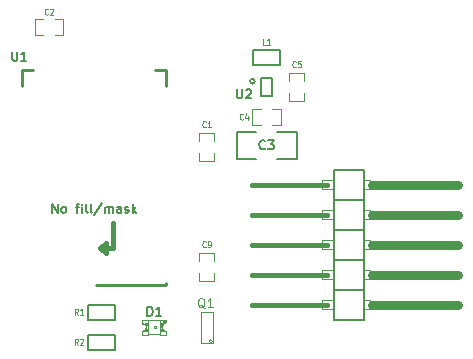
<source format=gto>
G04 (created by PCBNEW (2013-07-07 BZR 4022)-stable) date 6/10/2015 11:43:32 PM*
%MOIN*%
G04 Gerber Fmt 3.4, Leading zero omitted, Abs format*
%FSLAX34Y34*%
G01*
G70*
G90*
G04 APERTURE LIST*
%ADD10C,0.00590551*%
%ADD11C,0.0031*%
%ADD12C,0.0047*%
%ADD13C,0.005*%
%ADD14C,0.0026*%
%ADD15C,0.006*%
%ADD16C,0.03*%
%ADD17C,0.016*%
%ADD18C,0.004*%
%ADD19C,0.002*%
%ADD20C,0.015*%
%ADD21C,0.01*%
%ADD22C,0.0045*%
G04 APERTURE END LIST*
G54D10*
G54D11*
X59450Y-39963D02*
G75*
G03X59450Y-39963I-62J0D01*
G74*
G01*
X59050Y-39000D02*
X59450Y-39000D01*
X59050Y-40025D02*
X59450Y-40025D01*
X59450Y-39000D02*
X59450Y-40025D01*
X59050Y-40025D02*
X59050Y-39000D01*
G54D10*
X60856Y-31303D02*
G75*
G03X60856Y-31303I-78J0D01*
G74*
G01*
X61053Y-31795D02*
X61446Y-31795D01*
X61446Y-31795D02*
X61446Y-31204D01*
X61446Y-31204D02*
X61053Y-31204D01*
X61053Y-31204D02*
X61053Y-31795D01*
G54D12*
X59506Y-33303D02*
X59506Y-33028D01*
X59506Y-33697D02*
X59506Y-33972D01*
X58994Y-33303D02*
X58994Y-33028D01*
X58994Y-33972D02*
X58994Y-33697D01*
X59000Y-33028D02*
X59500Y-33028D01*
X59500Y-33972D02*
X59000Y-33972D01*
X53803Y-29244D02*
X53528Y-29244D01*
X54197Y-29244D02*
X54472Y-29244D01*
X53803Y-29756D02*
X53528Y-29756D01*
X54472Y-29756D02*
X54197Y-29756D01*
X53528Y-29750D02*
X53528Y-29250D01*
X54472Y-29250D02*
X54472Y-29750D01*
X58994Y-37697D02*
X58994Y-37972D01*
X58994Y-37303D02*
X58994Y-37028D01*
X59506Y-37697D02*
X59506Y-37972D01*
X59506Y-37028D02*
X59506Y-37303D01*
X59500Y-37972D02*
X59000Y-37972D01*
X59000Y-37028D02*
X59500Y-37028D01*
X61994Y-31697D02*
X61994Y-31972D01*
X61994Y-31303D02*
X61994Y-31028D01*
X62506Y-31697D02*
X62506Y-31972D01*
X62506Y-31028D02*
X62506Y-31303D01*
X62500Y-31972D02*
X62000Y-31972D01*
X62000Y-31028D02*
X62500Y-31028D01*
X61447Y-32756D02*
X61722Y-32756D01*
X61053Y-32756D02*
X60778Y-32756D01*
X61447Y-32244D02*
X61722Y-32244D01*
X60778Y-32244D02*
X61053Y-32244D01*
X61722Y-32250D02*
X61722Y-32750D01*
X60778Y-32750D02*
X60778Y-32250D01*
G54D13*
X61700Y-30750D02*
X60800Y-30750D01*
X60800Y-30750D02*
X60800Y-30250D01*
X60800Y-30250D02*
X61700Y-30250D01*
X61700Y-30250D02*
X61700Y-30750D01*
G54D14*
X64500Y-34600D02*
X64500Y-34900D01*
X64500Y-34900D02*
X64700Y-34900D01*
X64700Y-34600D02*
X64700Y-34900D01*
X64500Y-34600D02*
X64700Y-34600D01*
X63100Y-34600D02*
X63100Y-34900D01*
X63100Y-34900D02*
X63500Y-34900D01*
X63500Y-34600D02*
X63500Y-34900D01*
X63100Y-34600D02*
X63500Y-34600D01*
X64500Y-35600D02*
X64500Y-35900D01*
X64500Y-35900D02*
X64700Y-35900D01*
X64700Y-35600D02*
X64700Y-35900D01*
X64500Y-35600D02*
X64700Y-35600D01*
X63100Y-35600D02*
X63100Y-35900D01*
X63100Y-35900D02*
X63500Y-35900D01*
X63500Y-35600D02*
X63500Y-35900D01*
X63100Y-35600D02*
X63500Y-35600D01*
X64500Y-36600D02*
X64500Y-36900D01*
X64500Y-36900D02*
X64700Y-36900D01*
X64700Y-36600D02*
X64700Y-36900D01*
X64500Y-36600D02*
X64700Y-36600D01*
X63100Y-36600D02*
X63100Y-36900D01*
X63100Y-36900D02*
X63500Y-36900D01*
X63500Y-36600D02*
X63500Y-36900D01*
X63100Y-36600D02*
X63500Y-36600D01*
X64500Y-37600D02*
X64500Y-37900D01*
X64500Y-37900D02*
X64700Y-37900D01*
X64700Y-37600D02*
X64700Y-37900D01*
X64500Y-37600D02*
X64700Y-37600D01*
X63100Y-37600D02*
X63100Y-37900D01*
X63100Y-37900D02*
X63500Y-37900D01*
X63500Y-37600D02*
X63500Y-37900D01*
X63100Y-37600D02*
X63500Y-37600D01*
X63100Y-38600D02*
X63100Y-38900D01*
X63100Y-38900D02*
X63500Y-38900D01*
X63500Y-38600D02*
X63500Y-38900D01*
X63100Y-38600D02*
X63500Y-38600D01*
X64500Y-38600D02*
X64500Y-38900D01*
X64500Y-38900D02*
X64700Y-38900D01*
X64700Y-38600D02*
X64700Y-38900D01*
X64500Y-38600D02*
X64700Y-38600D01*
G54D15*
X63500Y-34250D02*
X63500Y-35250D01*
X63500Y-35250D02*
X64500Y-35250D01*
X64500Y-35250D02*
X64500Y-34250D01*
X64500Y-34250D02*
X63500Y-34250D01*
G54D16*
X67625Y-34750D02*
X64750Y-34750D01*
G54D17*
X63250Y-34750D02*
X60750Y-34750D01*
G54D16*
X67625Y-35750D02*
X64750Y-35750D01*
G54D15*
X64500Y-36250D02*
X64500Y-35250D01*
X63500Y-36250D02*
X64500Y-36250D01*
X63500Y-35250D02*
X63500Y-36250D01*
G54D17*
X63250Y-35750D02*
X60750Y-35750D01*
G54D16*
X67625Y-36750D02*
X64750Y-36750D01*
G54D15*
X64500Y-37250D02*
X64500Y-36250D01*
X63500Y-37250D02*
X64500Y-37250D01*
X63500Y-36250D02*
X63500Y-37250D01*
G54D17*
X63250Y-36750D02*
X60750Y-36750D01*
G54D16*
X67625Y-37750D02*
X64750Y-37750D01*
G54D15*
X64500Y-38250D02*
X64500Y-37250D01*
X63500Y-38250D02*
X64500Y-38250D01*
X63500Y-37250D02*
X63500Y-38250D01*
G54D17*
X63250Y-37750D02*
X60750Y-37750D01*
X63250Y-38750D02*
X60750Y-38750D01*
G54D15*
X63500Y-38250D02*
X63500Y-39250D01*
X63500Y-39250D02*
X64500Y-39250D01*
X64500Y-39250D02*
X64500Y-38250D01*
G54D16*
X67625Y-38750D02*
X64750Y-38750D01*
G54D14*
X57696Y-39618D02*
X57696Y-39746D01*
X57696Y-39746D02*
X57893Y-39746D01*
X57893Y-39618D02*
X57893Y-39746D01*
X57696Y-39618D02*
X57893Y-39618D01*
X57696Y-39373D02*
X57696Y-39432D01*
X57696Y-39432D02*
X57795Y-39432D01*
X57795Y-39373D02*
X57795Y-39432D01*
X57696Y-39373D02*
X57795Y-39373D01*
X57696Y-39568D02*
X57696Y-39627D01*
X57696Y-39627D02*
X57795Y-39627D01*
X57795Y-39568D02*
X57795Y-39627D01*
X57696Y-39568D02*
X57795Y-39568D01*
X57696Y-39422D02*
X57696Y-39578D01*
X57696Y-39578D02*
X57765Y-39578D01*
X57765Y-39422D02*
X57765Y-39578D01*
X57696Y-39422D02*
X57765Y-39422D01*
X57107Y-39618D02*
X57107Y-39746D01*
X57107Y-39746D02*
X57304Y-39746D01*
X57304Y-39618D02*
X57304Y-39746D01*
X57107Y-39618D02*
X57304Y-39618D01*
X57107Y-39254D02*
X57107Y-39382D01*
X57107Y-39382D02*
X57304Y-39382D01*
X57304Y-39254D02*
X57304Y-39382D01*
X57107Y-39254D02*
X57304Y-39254D01*
X57205Y-39568D02*
X57205Y-39627D01*
X57205Y-39627D02*
X57304Y-39627D01*
X57304Y-39568D02*
X57304Y-39627D01*
X57205Y-39568D02*
X57304Y-39568D01*
X57205Y-39373D02*
X57205Y-39432D01*
X57205Y-39432D02*
X57304Y-39432D01*
X57304Y-39373D02*
X57304Y-39432D01*
X57205Y-39373D02*
X57304Y-39373D01*
X57235Y-39422D02*
X57235Y-39578D01*
X57235Y-39578D02*
X57304Y-39578D01*
X57304Y-39422D02*
X57304Y-39578D01*
X57235Y-39422D02*
X57304Y-39422D01*
X57500Y-39461D02*
X57500Y-39539D01*
X57500Y-39539D02*
X57578Y-39539D01*
X57578Y-39461D02*
X57578Y-39539D01*
X57500Y-39461D02*
X57578Y-39461D01*
X57696Y-39264D02*
X57696Y-39382D01*
X57696Y-39382D02*
X57814Y-39382D01*
X57814Y-39264D02*
X57814Y-39382D01*
X57696Y-39264D02*
X57814Y-39264D01*
X57864Y-39254D02*
X57864Y-39343D01*
X57864Y-39343D02*
X57893Y-39343D01*
X57893Y-39254D02*
X57893Y-39343D01*
X57864Y-39254D02*
X57893Y-39254D01*
G54D18*
X57706Y-39726D02*
X57294Y-39726D01*
X57304Y-39274D02*
X57864Y-39274D01*
G54D19*
X57862Y-39323D02*
G75*
G03X57862Y-39323I-28J0D01*
G74*
G01*
G54D18*
X57893Y-39363D02*
G75*
G03X57893Y-39637I0J-137D01*
G74*
G01*
X57107Y-39637D02*
G75*
G03X57107Y-39363I0J137D01*
G74*
G01*
G54D20*
X55893Y-36744D02*
X55893Y-36704D01*
X55893Y-36704D02*
X55696Y-36862D01*
X55893Y-37019D02*
X55893Y-36744D01*
X56129Y-36035D02*
X56129Y-36862D01*
X56129Y-36862D02*
X55696Y-36862D01*
X55696Y-36862D02*
X55893Y-37019D01*
G54D21*
X57902Y-38043D02*
X57902Y-38083D01*
X57902Y-38083D02*
X55579Y-38083D01*
X57902Y-30917D02*
X57547Y-30917D01*
X57902Y-30917D02*
X57902Y-31469D01*
X53098Y-30917D02*
X53098Y-31469D01*
X53098Y-30917D02*
X53453Y-30917D01*
G54D13*
X55300Y-38750D02*
X56200Y-38750D01*
X56200Y-38750D02*
X56200Y-39250D01*
X56200Y-39250D02*
X55300Y-39250D01*
X55300Y-39250D02*
X55300Y-38750D01*
X55300Y-39750D02*
X56200Y-39750D01*
X56200Y-39750D02*
X56200Y-40250D01*
X56200Y-40250D02*
X55300Y-40250D01*
X55300Y-40250D02*
X55300Y-39750D01*
X60250Y-33000D02*
X60250Y-33900D01*
X60250Y-33900D02*
X60900Y-33900D01*
X61600Y-33000D02*
X62250Y-33000D01*
X62250Y-33000D02*
X62250Y-33900D01*
X62250Y-33900D02*
X61600Y-33900D01*
X60900Y-33000D02*
X60250Y-33000D01*
G54D12*
X59182Y-38863D02*
X59153Y-38848D01*
X59125Y-38820D01*
X59082Y-38777D01*
X59053Y-38763D01*
X59025Y-38763D01*
X59039Y-38834D02*
X59011Y-38820D01*
X58982Y-38791D01*
X58968Y-38734D01*
X58968Y-38634D01*
X58982Y-38577D01*
X59011Y-38548D01*
X59039Y-38534D01*
X59096Y-38534D01*
X59125Y-38548D01*
X59153Y-38577D01*
X59168Y-38634D01*
X59168Y-38734D01*
X59153Y-38791D01*
X59125Y-38820D01*
X59096Y-38834D01*
X59039Y-38834D01*
X59453Y-38834D02*
X59282Y-38834D01*
X59368Y-38834D02*
X59368Y-38534D01*
X59339Y-38577D01*
X59311Y-38605D01*
X59282Y-38620D01*
G54D15*
X60271Y-31571D02*
X60271Y-31814D01*
X60285Y-31842D01*
X60300Y-31857D01*
X60328Y-31871D01*
X60385Y-31871D01*
X60414Y-31857D01*
X60428Y-31842D01*
X60442Y-31814D01*
X60442Y-31571D01*
X60571Y-31600D02*
X60585Y-31585D01*
X60614Y-31571D01*
X60685Y-31571D01*
X60714Y-31585D01*
X60728Y-31600D01*
X60742Y-31628D01*
X60742Y-31657D01*
X60728Y-31700D01*
X60557Y-31871D01*
X60742Y-31871D01*
G54D22*
X59220Y-32811D02*
X59211Y-32821D01*
X59185Y-32830D01*
X59168Y-32830D01*
X59142Y-32821D01*
X59125Y-32802D01*
X59117Y-32783D01*
X59108Y-32745D01*
X59108Y-32716D01*
X59117Y-32678D01*
X59125Y-32659D01*
X59142Y-32640D01*
X59168Y-32630D01*
X59185Y-32630D01*
X59211Y-32640D01*
X59220Y-32650D01*
X59391Y-32830D02*
X59288Y-32830D01*
X59340Y-32830D02*
X59340Y-32630D01*
X59322Y-32659D01*
X59305Y-32678D01*
X59288Y-32688D01*
X53970Y-29061D02*
X53961Y-29071D01*
X53935Y-29080D01*
X53918Y-29080D01*
X53892Y-29071D01*
X53875Y-29052D01*
X53867Y-29033D01*
X53858Y-28995D01*
X53858Y-28966D01*
X53867Y-28928D01*
X53875Y-28909D01*
X53892Y-28890D01*
X53918Y-28880D01*
X53935Y-28880D01*
X53961Y-28890D01*
X53970Y-28900D01*
X54038Y-28900D02*
X54047Y-28890D01*
X54064Y-28880D01*
X54107Y-28880D01*
X54124Y-28890D01*
X54132Y-28900D01*
X54141Y-28919D01*
X54141Y-28938D01*
X54132Y-28966D01*
X54030Y-29080D01*
X54141Y-29080D01*
X59220Y-36811D02*
X59211Y-36821D01*
X59185Y-36830D01*
X59168Y-36830D01*
X59142Y-36821D01*
X59125Y-36802D01*
X59117Y-36783D01*
X59108Y-36745D01*
X59108Y-36716D01*
X59117Y-36678D01*
X59125Y-36659D01*
X59142Y-36640D01*
X59168Y-36630D01*
X59185Y-36630D01*
X59211Y-36640D01*
X59220Y-36650D01*
X59305Y-36830D02*
X59340Y-36830D01*
X59357Y-36821D01*
X59365Y-36811D01*
X59382Y-36783D01*
X59391Y-36745D01*
X59391Y-36669D01*
X59382Y-36650D01*
X59374Y-36640D01*
X59357Y-36630D01*
X59322Y-36630D01*
X59305Y-36640D01*
X59297Y-36650D01*
X59288Y-36669D01*
X59288Y-36716D01*
X59297Y-36735D01*
X59305Y-36745D01*
X59322Y-36754D01*
X59357Y-36754D01*
X59374Y-36745D01*
X59382Y-36735D01*
X59391Y-36716D01*
X62220Y-30811D02*
X62211Y-30821D01*
X62185Y-30830D01*
X62168Y-30830D01*
X62142Y-30821D01*
X62125Y-30802D01*
X62117Y-30783D01*
X62108Y-30745D01*
X62108Y-30716D01*
X62117Y-30678D01*
X62125Y-30659D01*
X62142Y-30640D01*
X62168Y-30630D01*
X62185Y-30630D01*
X62211Y-30640D01*
X62220Y-30650D01*
X62382Y-30630D02*
X62297Y-30630D01*
X62288Y-30726D01*
X62297Y-30716D01*
X62314Y-30707D01*
X62357Y-30707D01*
X62374Y-30716D01*
X62382Y-30726D01*
X62391Y-30745D01*
X62391Y-30792D01*
X62382Y-30811D01*
X62374Y-30821D01*
X62357Y-30830D01*
X62314Y-30830D01*
X62297Y-30821D01*
X62288Y-30811D01*
X60470Y-32561D02*
X60461Y-32571D01*
X60435Y-32580D01*
X60418Y-32580D01*
X60392Y-32571D01*
X60375Y-32552D01*
X60367Y-32533D01*
X60358Y-32495D01*
X60358Y-32466D01*
X60367Y-32428D01*
X60375Y-32409D01*
X60392Y-32390D01*
X60418Y-32380D01*
X60435Y-32380D01*
X60461Y-32390D01*
X60470Y-32400D01*
X60624Y-32447D02*
X60624Y-32580D01*
X60581Y-32371D02*
X60538Y-32514D01*
X60650Y-32514D01*
X61220Y-30080D02*
X61134Y-30080D01*
X61134Y-29880D01*
X61374Y-30080D02*
X61271Y-30080D01*
X61322Y-30080D02*
X61322Y-29880D01*
X61305Y-29909D01*
X61288Y-29928D01*
X61271Y-29938D01*
G54D13*
X57278Y-39121D02*
X57278Y-38821D01*
X57350Y-38821D01*
X57392Y-38835D01*
X57421Y-38864D01*
X57435Y-38892D01*
X57450Y-38950D01*
X57450Y-38992D01*
X57435Y-39050D01*
X57421Y-39078D01*
X57392Y-39107D01*
X57350Y-39121D01*
X57278Y-39121D01*
X57735Y-39121D02*
X57564Y-39121D01*
X57650Y-39121D02*
X57650Y-38821D01*
X57621Y-38864D01*
X57592Y-38892D01*
X57564Y-38907D01*
G54D15*
X52771Y-30321D02*
X52771Y-30564D01*
X52785Y-30592D01*
X52800Y-30607D01*
X52828Y-30621D01*
X52885Y-30621D01*
X52914Y-30607D01*
X52928Y-30592D01*
X52942Y-30564D01*
X52942Y-30321D01*
X53242Y-30621D02*
X53071Y-30621D01*
X53157Y-30621D02*
X53157Y-30321D01*
X53128Y-30364D01*
X53100Y-30392D01*
X53071Y-30407D01*
X54114Y-35684D02*
X54114Y-35384D01*
X54285Y-35684D01*
X54285Y-35384D01*
X54471Y-35684D02*
X54442Y-35670D01*
X54428Y-35655D01*
X54414Y-35627D01*
X54414Y-35541D01*
X54428Y-35512D01*
X54442Y-35498D01*
X54471Y-35484D01*
X54514Y-35484D01*
X54542Y-35498D01*
X54557Y-35512D01*
X54571Y-35541D01*
X54571Y-35627D01*
X54557Y-35655D01*
X54542Y-35670D01*
X54514Y-35684D01*
X54471Y-35684D01*
X54885Y-35484D02*
X55000Y-35484D01*
X54928Y-35684D02*
X54928Y-35427D01*
X54942Y-35398D01*
X54971Y-35384D01*
X55000Y-35384D01*
X55100Y-35684D02*
X55100Y-35484D01*
X55100Y-35384D02*
X55085Y-35398D01*
X55100Y-35412D01*
X55114Y-35398D01*
X55100Y-35384D01*
X55100Y-35412D01*
X55285Y-35684D02*
X55257Y-35670D01*
X55242Y-35641D01*
X55242Y-35384D01*
X55442Y-35684D02*
X55414Y-35670D01*
X55400Y-35641D01*
X55400Y-35384D01*
X55771Y-35370D02*
X55514Y-35755D01*
X55871Y-35684D02*
X55871Y-35484D01*
X55871Y-35512D02*
X55885Y-35498D01*
X55914Y-35484D01*
X55957Y-35484D01*
X55985Y-35498D01*
X56000Y-35527D01*
X56000Y-35684D01*
X56000Y-35527D02*
X56014Y-35498D01*
X56042Y-35484D01*
X56085Y-35484D01*
X56114Y-35498D01*
X56128Y-35527D01*
X56128Y-35684D01*
X56400Y-35684D02*
X56400Y-35527D01*
X56385Y-35498D01*
X56357Y-35484D01*
X56300Y-35484D01*
X56271Y-35498D01*
X56400Y-35670D02*
X56371Y-35684D01*
X56300Y-35684D01*
X56271Y-35670D01*
X56257Y-35641D01*
X56257Y-35612D01*
X56271Y-35584D01*
X56300Y-35570D01*
X56371Y-35570D01*
X56400Y-35555D01*
X56528Y-35670D02*
X56557Y-35684D01*
X56614Y-35684D01*
X56642Y-35670D01*
X56657Y-35641D01*
X56657Y-35627D01*
X56642Y-35598D01*
X56614Y-35584D01*
X56571Y-35584D01*
X56542Y-35570D01*
X56528Y-35541D01*
X56528Y-35527D01*
X56542Y-35498D01*
X56571Y-35484D01*
X56614Y-35484D01*
X56642Y-35498D01*
X56785Y-35684D02*
X56785Y-35384D01*
X56814Y-35570D02*
X56900Y-35684D01*
X56900Y-35484D02*
X56785Y-35598D01*
G54D22*
X54970Y-39080D02*
X54910Y-38985D01*
X54867Y-39080D02*
X54867Y-38880D01*
X54935Y-38880D01*
X54952Y-38890D01*
X54961Y-38900D01*
X54970Y-38919D01*
X54970Y-38947D01*
X54961Y-38966D01*
X54952Y-38976D01*
X54935Y-38985D01*
X54867Y-38985D01*
X55141Y-39080D02*
X55038Y-39080D01*
X55090Y-39080D02*
X55090Y-38880D01*
X55072Y-38909D01*
X55055Y-38928D01*
X55038Y-38938D01*
X54970Y-40080D02*
X54910Y-39985D01*
X54867Y-40080D02*
X54867Y-39880D01*
X54935Y-39880D01*
X54952Y-39890D01*
X54961Y-39900D01*
X54970Y-39919D01*
X54970Y-39947D01*
X54961Y-39966D01*
X54952Y-39976D01*
X54935Y-39985D01*
X54867Y-39985D01*
X55038Y-39900D02*
X55047Y-39890D01*
X55064Y-39880D01*
X55107Y-39880D01*
X55124Y-39890D01*
X55132Y-39900D01*
X55141Y-39919D01*
X55141Y-39938D01*
X55132Y-39966D01*
X55030Y-40080D01*
X55141Y-40080D01*
G54D13*
X61200Y-33542D02*
X61185Y-33557D01*
X61142Y-33571D01*
X61114Y-33571D01*
X61071Y-33557D01*
X61042Y-33528D01*
X61028Y-33500D01*
X61014Y-33442D01*
X61014Y-33400D01*
X61028Y-33342D01*
X61042Y-33314D01*
X61071Y-33285D01*
X61114Y-33271D01*
X61142Y-33271D01*
X61185Y-33285D01*
X61200Y-33300D01*
X61300Y-33271D02*
X61485Y-33271D01*
X61385Y-33385D01*
X61428Y-33385D01*
X61457Y-33400D01*
X61471Y-33414D01*
X61485Y-33442D01*
X61485Y-33514D01*
X61471Y-33542D01*
X61457Y-33557D01*
X61428Y-33571D01*
X61342Y-33571D01*
X61314Y-33557D01*
X61300Y-33542D01*
M02*

</source>
